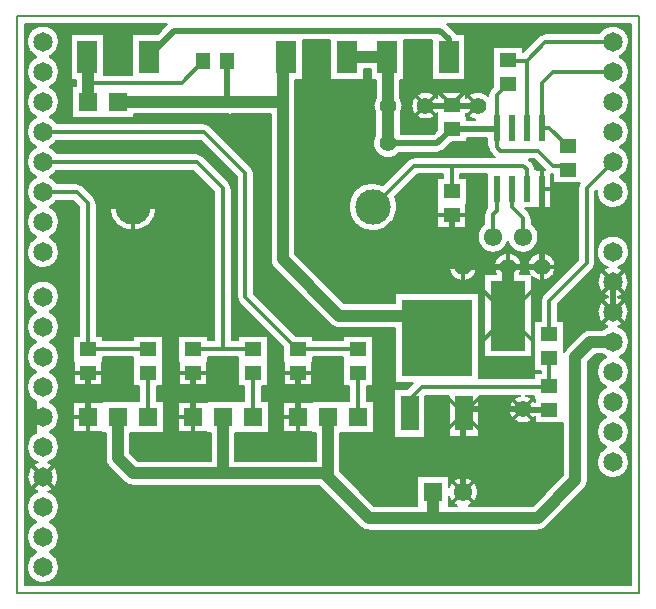
<source format=gbr>
%FSLAX23Y23*%
%MOIN*%
G04 EasyPC Gerber Version 18.0.1 Build 3581 *
%ADD88R,0.02362X0.08660*%
%ADD17R,0.04528X0.05512*%
%ADD85R,0.05906X0.11811*%
%ADD90R,0.06890X0.11000*%
%ADD82R,0.11811X0.23622*%
%ADD86R,0.23622X0.25591*%
%ADD84R,0.06102X0.06102*%
%ADD10C,0.00800*%
%ADD13C,0.01181*%
%ADD24C,0.01378*%
%ADD92C,0.01969*%
%ADD93C,0.03937*%
%ADD91C,0.05512*%
%ADD89C,0.06102*%
%ADD19R,0.05512X0.04528*%
%ADD83C,0.06496*%
%ADD87C,0.11811*%
X0Y0D02*
D02*
D10*
X417Y924D02*
X2492D01*
Y2849*
X417*
Y924*
X483Y2112D02*
G75*
G02Y2212I21J50D01*
G01*
G75*
G02Y2312I21J50*
G01*
G75*
G02Y2412I21J50*
G01*
G75*
G02Y2512I21J50*
G01*
G75*
G02Y2612I21J50*
G01*
G75*
G02Y2712I21J50*
G01*
G75*
G02X450Y2762I21J50*
G01*
G75*
G02X558I54*
G01*
G75*
G02X525Y2712I-54*
G01*
G75*
G02Y2612I-21J-50*
G01*
G75*
G02Y2512I-21J-50*
G01*
G75*
G02X550Y2490I-21J-50*
G01*
X1042*
G75*
G02X1062Y2482J-29*
G01*
X1199Y2344*
G75*
G02X1208Y2324I-20J-20*
G01*
Y1923*
X1348Y1783*
X1403*
Y1768*
X1505*
Y1783*
X1603*
Y1615*
X1583*
Y1564*
X1606*
Y1459*
X1495*
Y1333*
G75*
G02X1496Y1328I-41J-9*
G01*
X1609Y1215*
X1752*
Y1314*
X1856*
Y1277*
G75*
G02X1904Y1312I48J-16*
G01*
G75*
G02X1924Y1215J-50*
G01*
X2136*
X2238Y1317*
Y1492*
X2144*
Y1512*
G75*
G02X2057Y1537I-40J25*
G01*
G75*
G02X2095Y1583I47*
G01*
X1956*
Y1445*
X1857*
Y1583*
X1778*
X1778Y1582*
Y1443*
X1675*
Y1605*
X1719*
X1739Y1624*
X1677*
Y1808*
X1492*
G75*
G02X1462Y1820J41*
G01*
X1275Y2007*
G75*
G02X1263Y2037I29J29*
G01*
Y2520*
X1131*
G75*
G02X1112I-9J41*
G01*
X806*
Y2509*
X602*
Y2614*
X613*
Y2615*
G75*
G02Y2633I41J9*
G01*
Y2635*
X596*
Y2788*
X708*
Y2653*
X800*
Y2788*
X886*
X919Y2821*
X445*
Y952*
X2463*
Y2821*
X1852*
X1878Y2794*
G75*
G02X1883Y2788I-22J-22*
G01*
X1912*
Y2635*
X1800*
Y2767*
X1708*
Y2635*
X1695*
Y2576*
G75*
G02X1696Y2524I-41J-27*
G01*
Y2456*
X1806*
X1817Y2467*
Y2516*
X1819*
Y2524*
G75*
G02X1732Y2549I-40J25*
G01*
G75*
G02X1819Y2574I47*
G01*
Y2594*
X1914*
Y2574*
G75*
G02X1988Y2582I40J-25*
G01*
Y2584*
G75*
G02X1996Y2604I29*
G01*
X2005Y2613*
Y2746*
X2103*
Y2728*
X2105*
X2159Y2782*
G75*
G02X2179Y2790I20J-20*
G01*
X2358*
G75*
G02X2458Y2762I46J-29*
G01*
G75*
G02X2425Y2712I-54*
G01*
G75*
G02Y2612I-21J-50*
G01*
G75*
G02Y2512I-21J-50*
G01*
G75*
G02Y2412I-21J-50*
G01*
G75*
G02Y2312I-21J-50*
G01*
G75*
G02X2458Y2262I-21J-50*
G01*
G75*
G02X2350I-54*
G01*
G75*
G02X2350Y2267I54J0*
G01*
X2345Y2262*
Y2024*
G75*
G02X2337Y2004I-29*
G01*
X2220Y1887*
Y1833*
X2241*
Y1727*
G75*
G02X2250Y1741I38J-16*
G01*
X2300Y1791*
G75*
G02X2329Y1803I29J-29*
G01*
X2369*
G75*
G02X2386Y1813I35J-41*
G01*
G75*
G02X2389Y1912I18J49*
G01*
G75*
G02X2386Y2010I15J50*
G01*
G75*
G02X2350Y2062I18J51*
G01*
G75*
G02X2458I54*
G01*
G75*
G02X2422Y2010I-54*
G01*
G75*
G02X2419Y1912I-18J-49*
G01*
G75*
G02X2422Y1813I-15J-50*
G01*
G75*
G02X2425Y1712I-18J-51*
G01*
G75*
G02Y1612I-21J-50*
G01*
G75*
G02Y1512I-21J-50*
G01*
G75*
G02Y1412I-21J-50*
G01*
G75*
G02X2458Y1362I-21J-50*
G01*
G75*
G02X2350I-54*
G01*
G75*
G02X2383Y1412I54*
G01*
G75*
G02Y1512I21J50*
G01*
G75*
G02Y1612I21J50*
G01*
G75*
G02Y1712I21J50*
G01*
G75*
G02X2369Y1720I21J50*
G01*
X2346*
X2320Y1694*
Y1300*
G75*
G02X2308Y1271I-41*
G01*
X2182Y1145*
G75*
G02X2153Y1133I-29J29*
G01*
X1801*
G75*
G02X1782I-9J41*
G01*
X1591*
G75*
G02X1562Y1145J41*
G01*
X1424Y1283*
X1113*
G75*
G02X1095I-9J41*
G01*
X804*
G75*
G02X775Y1295J41*
G01*
X725Y1345*
G75*
G02X713Y1374I29J29*
G01*
Y1459*
X702*
Y1461*
X604*
Y1562*
X702*
Y1564*
X825*
Y1615*
X805*
Y1710*
X703*
Y1695*
X701*
Y1617*
X607*
Y1695*
X605*
Y1783*
X625*
Y2212*
X605Y2233*
X550*
G75*
G02X525Y2212I-46J29*
G01*
G75*
G02Y2112I-21J-50*
G01*
G75*
G02X558Y2062I-21J-50*
G01*
G75*
G02X450I-54*
G01*
G75*
G02X483Y2112I54*
G01*
Y1062D02*
G75*
G02Y1162I21J50D01*
G01*
G75*
G02X486Y1263I21J50*
G01*
G75*
G02Y1360I18J49*
G01*
G75*
G02X483Y1462I18J51*
G01*
G75*
G02Y1562I21J50*
G01*
G75*
G02Y1662I21J50*
G01*
G75*
G02Y1762I21J50*
G01*
G75*
G02Y1862I21J50*
G01*
G75*
G02X450Y1912I21J50*
G01*
G75*
G02X558I54*
G01*
G75*
G02X525Y1862I-54*
G01*
G75*
G02Y1762I-21J-50*
G01*
G75*
G02Y1662I-21J-50*
G01*
G75*
G02Y1562I-21J-50*
G01*
G75*
G02Y1462I-21J-50*
G01*
G75*
G02X522Y1360I-21J-50*
G01*
G75*
G02Y1263I-18J-49*
G01*
G75*
G02X525Y1162I-18J-51*
G01*
G75*
G02Y1062I-21J-50*
G01*
G75*
G02X558Y1012I-21J-50*
G01*
G75*
G02X450I-54*
G01*
G75*
G02X483Y1062I54*
G01*
X445Y1462D02*
G36*
Y952D01*
X2463*
Y2821*
X1852*
X1878Y2794*
G75*
G02X1883Y2788I-22J-22*
G01*
X1912*
Y2635*
X1800*
Y2767*
X1708*
Y2635*
X1695*
Y2576*
G75*
G02X1696Y2524I-41J-27*
G01*
Y2456*
X1806*
X1817Y2467*
Y2516*
X1819*
Y2524*
G75*
G02X1732Y2549I-40J25*
G01*
G75*
G02X1819Y2574I47*
G01*
Y2594*
X1914*
Y2574*
G75*
G02X1988Y2582I40J-25*
G01*
Y2584*
G75*
G02X1996Y2604I29*
G01*
X2005Y2613*
Y2746*
X2103*
Y2728*
X2105*
X2159Y2782*
G75*
G02X2179Y2790I20J-20*
G01*
X2358*
G75*
G02X2458Y2762I46J-29*
G01*
G75*
G02X2425Y2712I-54*
G01*
G75*
G02Y2612I-21J-50*
G01*
G75*
G02Y2512I-21J-50*
G01*
G75*
G02Y2412I-21J-50*
G01*
G75*
G02Y2312I-21J-50*
G01*
G75*
G02X2458Y2262I-21J-50*
G01*
G75*
G02X2350I-54*
G01*
G75*
G02X2350Y2267I54J0*
G01*
X2345Y2262*
Y2024*
G75*
G02X2337Y2004I-29*
G01*
X2220Y1887*
Y1833*
X2241*
Y1727*
G75*
G02X2250Y1741I38J-16*
G01*
X2300Y1791*
G75*
G02X2329Y1803I29J-29*
G01*
X2369*
G75*
G02X2386Y1813I35J-41*
G01*
G75*
G02X2389Y1912I18J49*
G01*
G75*
G02X2386Y2010I15J50*
G01*
G75*
G02X2350Y2062I18J51*
G01*
G75*
G02X2458I54*
G01*
G75*
G02X2422Y2010I-54*
G01*
G75*
G02X2419Y1912I-18J-49*
G01*
G75*
G02X2422Y1813I-15J-50*
G01*
G75*
G02X2425Y1712I-18J-51*
G01*
G75*
G02Y1612I-21J-50*
G01*
G75*
G02Y1512I-21J-50*
G01*
G75*
G02Y1412I-21J-50*
G01*
G75*
G02X2458Y1362I-21J-50*
G01*
G75*
G02X2350I-54*
G01*
G75*
G02X2383Y1412I54*
G01*
G75*
G02Y1512I21J50*
G01*
G75*
G02Y1612I21J50*
G01*
G75*
G02Y1712I21J50*
G01*
G75*
G02X2369Y1720I21J50*
G01*
X2346*
X2320Y1694*
Y1300*
G75*
G02X2308Y1271I-41*
G01*
X2182Y1145*
G75*
G02X2153Y1133I-29J29*
G01*
X1801*
G75*
G02X1782I-9J41*
G01*
X1591*
G75*
G02X1562Y1145J41*
G01*
X1424Y1283*
X1113*
G75*
G02X1095I-9J41*
G01*
X804*
G75*
G02X775Y1295J41*
G01*
X725Y1345*
G75*
G02X713Y1374I29J29*
G01*
Y1459*
X702*
Y1461*
X604*
Y1462*
X525*
G75*
G02X522Y1360I-21J-50*
G01*
G75*
G02Y1263I-18J-49*
G01*
G75*
G02X525Y1162I-18J-51*
G01*
G75*
G02Y1062I-21J-50*
G01*
G75*
G02X558Y1012I-21J-50*
G01*
G75*
G02X450I-54*
G01*
G75*
G02X483Y1062I54*
G01*
G75*
G02Y1162I21J50*
G01*
G75*
G02X486Y1263I21J50*
G01*
G75*
G02Y1360I18J49*
G01*
G75*
G02X483Y1462I18J51*
G01*
X445*
G37*
X483D02*
G36*
G75*
G02Y1562I21J50D01*
G01*
G75*
G02Y1662I21J50*
G01*
G75*
G02Y1762I21J50*
G01*
G75*
G02Y1862I21J50*
G01*
G75*
G02X450Y1912I21J50*
G01*
G75*
G02X558I54*
G01*
G75*
G02X525Y1862I-54*
G01*
G75*
G02Y1762I-21J-50*
G01*
G75*
G02Y1662I-21J-50*
G01*
G75*
G02Y1562I-21J-50*
G01*
G75*
G02Y1462I-21J-50*
G01*
X604*
Y1562*
X702*
Y1564*
X825*
Y1615*
X805*
Y1710*
X703*
Y1695*
X701*
Y1617*
X607*
Y1695*
X605*
Y1783*
X625*
Y2212*
X605Y2233*
X550*
G75*
G02X525Y2212I-46J29*
G01*
G75*
G02Y2112I-21J-50*
G01*
G75*
G02X558Y2062I-21J-50*
G01*
G75*
G02X450I-54*
G01*
G75*
G02X483Y2112I54*
G01*
G75*
G02Y2212I21J50*
G01*
G75*
G02Y2312I21J50*
G01*
G75*
G02Y2412I21J50*
G01*
G75*
G02Y2512I21J50*
G01*
G75*
G02Y2612I21J50*
G01*
G75*
G02Y2712I21J50*
G01*
G75*
G02X450Y2762I21J50*
G01*
G75*
G02X558I54*
G01*
G75*
G02X525Y2712I-54*
G01*
G75*
G02Y2612I-21J-50*
G01*
G75*
G02Y2512I-21J-50*
G01*
G75*
G02X550Y2490I-21J-50*
G01*
X1042*
G75*
G02X1062Y2482J-29*
G01*
X1199Y2344*
G75*
G02X1208Y2324I-20J-20*
G01*
Y1923*
X1348Y1783*
X1403*
Y1768*
X1505*
Y1783*
X1603*
Y1615*
X1583*
Y1564*
X1606*
Y1459*
X1495*
Y1333*
G75*
G02X1496Y1328I-41J-9*
G01*
X1609Y1215*
X1752*
Y1314*
X1856*
Y1277*
G75*
G02X1904Y1312I48J-16*
G01*
G75*
G02X1924Y1215J-50*
G01*
X2136*
X2238Y1317*
Y1492*
X2144*
Y1512*
G75*
G02X2057Y1537I-40J25*
G01*
G75*
G02X2095Y1583I47*
G01*
X1956*
Y1445*
X1857*
Y1583*
X1778*
X1778Y1582*
Y1443*
X1675*
Y1605*
X1719*
X1739Y1624*
X1677*
Y1808*
X1492*
G75*
G02X1462Y1820J41*
G01*
X1275Y2007*
G75*
G02X1263Y2037I29J29*
G01*
Y2520*
X1131*
G75*
G02X1112I-9J41*
G01*
X806*
Y2509*
X602*
Y2614*
X613*
Y2615*
G75*
G02Y2633I41J9*
G01*
Y2635*
X596*
Y2788*
X708*
Y2653*
X800*
Y2788*
X886*
X919Y2821*
X445*
Y1462*
X483*
G37*
X525Y2312D02*
G75*
G02X550Y2290I-21J-50D01*
G01*
X617*
G75*
G02X637Y2282J-29*
G01*
X674Y2244*
G75*
G02X683Y2224I-20J-20*
G01*
Y1783*
X703*
Y1768*
X805*
Y1783*
X903*
Y1615*
X883*
Y1564*
X906*
Y1459*
X795*
Y1391*
X821Y1365*
X1063*
Y1459*
X1052*
Y1461*
X954*
Y1562*
X1052*
Y1564*
X1175*
Y1615*
X1155*
Y1710*
X1053*
Y1695*
X1051*
Y1617*
X957*
Y1695*
X955*
Y1783*
X1053*
Y1768*
X1075*
Y2262*
X1005Y2333*
X550*
G75*
G02X525Y2312I-46J29*
G01*
X725Y2212D02*
G75*
G02X883I79D01*
G01*
G75*
G02X725I-79*
G01*
X683D02*
G36*
Y1783D01*
X703*
Y1768*
X805*
Y1783*
X903*
Y1615*
X883*
Y1564*
X906*
Y1459*
X795*
Y1391*
X821Y1365*
X1063*
Y1459*
X1052*
Y1461*
X954*
Y1562*
X1052*
Y1564*
X1175*
Y1615*
X1155*
Y1710*
X1053*
Y1695*
X1051*
Y1617*
X957*
Y1695*
X955*
Y1783*
X1053*
Y1768*
X1075*
Y2212*
X883*
G75*
G02X725I-79*
G01*
X683*
G37*
X725D02*
G36*
G75*
G02X883I79D01*
G01*
X1075*
Y2262*
X1005Y2333*
X550*
G75*
G02X525Y2312I-46J29*
G01*
G75*
G02X550Y2290I-21J-50*
G01*
X617*
G75*
G02X637Y2282J-29*
G01*
X674Y2244*
G75*
G02X683Y2224I-20J-20*
G01*
Y2212*
X725*
G37*
X525Y2412D02*
G75*
G02X550Y2390I-21J-50D01*
G01*
X1016*
G75*
G02X1037Y2382J-29*
G01*
X1124Y2294*
G75*
G02X1133Y2274I-20J-20*
G01*
Y1768*
X1155*
Y1783*
X1253*
Y1615*
X1233*
Y1564*
X1256*
Y1459*
X1145*
Y1365*
X1413*
Y1459*
X1402*
Y1461*
X1304*
Y1562*
X1402*
Y1564*
X1525*
Y1615*
X1505*
Y1710*
X1403*
Y1695*
X1401*
Y1617*
X1307*
Y1695*
X1305*
Y1745*
X1159Y1891*
G75*
G02X1150Y1912I20J20*
G01*
Y2312*
X1030Y2433*
X550*
G75*
G02X525Y2412I-46J29*
G01*
G36*
G75*
G02X550Y2390I-21J-50*
G01*
X1016*
G75*
G02X1037Y2382J-29*
G01*
X1124Y2294*
G75*
G02X1133Y2274I-20J-20*
G01*
Y1768*
X1155*
Y1783*
X1253*
Y1615*
X1233*
Y1564*
X1256*
Y1459*
X1145*
Y1365*
X1413*
Y1459*
X1402*
Y1461*
X1304*
Y1562*
X1402*
Y1564*
X1525*
Y1615*
X1505*
Y1710*
X1403*
Y1695*
X1401*
Y1617*
X1307*
Y1695*
X1305*
Y1745*
X1159Y1891*
G75*
G02X1150Y1912I20J20*
G01*
Y2312*
X1030Y2433*
X550*
G75*
G02X525Y2412I-46J29*
G01*
G37*
X1345Y2552D02*
Y2054D01*
X1509Y1890*
X1677*
Y1924*
X1956*
Y1640*
X2142*
Y1658*
X2163*
Y1665*
X2142*
Y1833*
X2163*
Y1899*
G75*
G02X2171Y1919I29*
G01*
X2288Y2036*
Y2274*
G75*
G02X2293Y2290I29*
G01*
X2205*
Y2320*
X2204*
G75*
G02X2198Y2321I0J29*
G01*
Y2209*
X2150*
Y2207*
X2112*
X2124Y2194*
G75*
G02X2133Y2174I-20J-20*
G01*
Y2155*
G75*
G02X2104Y2059I-29J-44*
G01*
G75*
G02X2054Y2096J52*
G01*
G75*
G02X2004Y2059I-50J15*
G01*
G75*
G02X1975Y2155J52*
G01*
Y2187*
G75*
G02X1984Y2207I29J0*
G01*
X1983*
Y2320*
X1895*
Y2308*
X1916*
Y2220*
X1914*
Y2142*
X1819*
Y2220*
X1817*
Y2308*
X1838*
Y2320*
X1753*
X1678Y2245*
G75*
G02X1604Y2131I-74J-33*
G01*
G75*
G02Y2292J81*
G01*
G75*
G02X1637Y2285I0J-81*
G01*
X1721Y2369*
G75*
G02X1741Y2378I20J-20*
G01*
X1861*
G75*
G02X1872I5J-29*
G01*
X2010*
G75*
G02X2009Y2379I19J21*
G01*
X1996Y2391*
G75*
G02X1988Y2411I20J20*
G01*
X1983*
Y2440*
X1916*
Y2427*
X1867*
X1841Y2402*
G75*
G02X1819Y2392I-22J22*
G01*
X1692*
G75*
G02X1612Y2449I-38J32*
G01*
Y2524*
G75*
G02X1613Y2576I42J25*
G01*
Y2635*
X1596*
Y2670*
X1575*
Y2635*
X1462*
Y2767*
X1371*
Y2635*
X1345*
Y2571*
G75*
G02Y2552I-41J-9*
G01*
X1857Y2012D02*
G75*
G02X1951I47D01*
G01*
G75*
G02X1857I-47*
G01*
X2014Y1987D02*
G75*
G02X2007Y2012I40J25D01*
G01*
G75*
G02X2101I47*
G01*
G75*
G02X2094Y1987I-47*
G01*
X2126*
G75*
G02X2119Y2012I40J25*
G01*
G75*
G02X2214I47*
G01*
G75*
G02X2133Y1978I-47*
G01*
Y1711*
X1975*
Y1987*
X2014*
X1388Y2012D02*
G36*
X1509Y1890D01*
X1677*
Y1924*
X1956*
Y1640*
X2142*
Y1658*
X2163*
Y1665*
X2142*
Y1833*
X2163*
Y1899*
G75*
G02X2171Y1919I29*
G01*
X2264Y2012*
X2214*
G75*
G02X2133Y1978I-47*
G01*
Y1711*
X1975*
Y1987*
X2014*
G75*
G02X2007Y2012I40J25*
G01*
X1951*
G75*
G02X1857I-47*
G01*
X1388*
G37*
X1857D02*
G36*
G75*
G02X1951I47D01*
G01*
X2007*
G75*
G02X2101I47*
G01*
G75*
G02X2094Y1987I-47*
G01*
X2126*
G75*
G02X2119Y2012I40J25*
G01*
G75*
G02X2214I47*
G01*
X2264*
X2288Y2036*
Y2274*
G75*
G02X2293Y2290I29*
G01*
X2205*
Y2320*
X2204*
G75*
G02X2198Y2321I0J29*
G01*
Y2209*
X2150*
Y2207*
X2112*
X2124Y2194*
G75*
G02X2133Y2174I-20J-20*
G01*
Y2155*
G75*
G02X2104Y2059I-29J-44*
G01*
G75*
G02X2054Y2096J52*
G01*
G75*
G02X2004Y2059I-50J15*
G01*
G75*
G02X1975Y2155J52*
G01*
Y2187*
G75*
G02X1984Y2207I29J0*
G01*
X1983*
Y2320*
X1895*
Y2308*
X1916*
Y2220*
X1914*
Y2142*
X1819*
Y2220*
X1817*
Y2308*
X1838*
Y2320*
X1753*
X1678Y2245*
G75*
G02X1604Y2131I-74J-33*
G01*
G75*
G02Y2292J81*
G01*
G75*
G02X1637Y2285I0J-81*
G01*
X1721Y2369*
G75*
G02X1741Y2378I20J-20*
G01*
X1861*
G75*
G02X1872I5J-29*
G01*
X2010*
G75*
G02X2009Y2379I19J21*
G01*
X1996Y2391*
G75*
G02X1988Y2411I20J20*
G01*
X1983*
Y2440*
X1916*
Y2427*
X1867*
X1841Y2402*
G75*
G02X1819Y2392I-22J22*
G01*
X1692*
G75*
G02X1612Y2449I-38J32*
G01*
Y2524*
G75*
G02X1613Y2576I42J25*
G01*
Y2635*
X1596*
Y2670*
X1575*
Y2635*
X1462*
Y2767*
X1371*
Y2635*
X1345*
Y2571*
G75*
G02Y2552I-41J-9*
G01*
Y2054*
X1388Y2012*
X1857*
G37*
X1856Y1215D02*
X1884D01*
G75*
G02X1856Y1246I20J46*
G01*
Y1215*
G36*
X1884*
G75*
G02X1856Y1246I20J46*
G01*
Y1215*
G37*
X1914Y2516D02*
X1916D01*
Y2503*
X1943*
G75*
G02X1914Y2524I11J46*
G01*
Y2516*
G36*
X1916*
Y2503*
X1943*
G75*
G02X1914Y2524I11J46*
G01*
Y2516*
G37*
X2113Y1583D02*
G75*
G02X2144Y1561I-9J-46D01*
G01*
Y1570*
X2142*
Y1583*
X2113*
G36*
G75*
G02X2144Y1561I-9J-46*
G01*
Y1570*
X2142*
Y1583*
X2113*
G37*
X2123Y2370D02*
G75*
G02X2124Y2369I-19J-21D01*
G01*
X2137Y2357*
G75*
G02X2145Y2337I-20J-20*
G01*
X2150*
Y2335*
X2178*
X2142Y2370*
X2123*
G36*
G75*
G02X2124Y2369I-19J-21*
G01*
X2137Y2357*
G75*
G02X2145Y2337I-20J-20*
G01*
X2150*
Y2335*
X2178*
X2142Y2370*
X2123*
G37*
D02*
D13*
X485Y1293D02*
X466Y1273D01*
X485Y1330D02*
X466Y1350D01*
X523Y1293D02*
X542Y1273D01*
X523Y1330D02*
X542Y1350D01*
X629Y1512D02*
X602D01*
X632Y1659D02*
X605D01*
X654Y1487D02*
Y1459D01*
Y1536D02*
Y1564D01*
Y1642D02*
Y1615D01*
X676Y1659D02*
X703D01*
X751Y2212D02*
X723D01*
X804Y2158D02*
Y2131D01*
Y2265D02*
Y2292D01*
X857Y2212D02*
X885D01*
X979Y1512D02*
X952D01*
X982Y1659D02*
X955D01*
X1004Y1487D02*
Y1459D01*
Y1536D02*
Y1564D01*
Y1642D02*
Y1615D01*
X1026Y1659D02*
X1053D01*
X1329Y1512D02*
X1302D01*
X1332Y1659D02*
X1305D01*
X1354Y1487D02*
Y1459D01*
Y1536D02*
Y1564D01*
Y1642D02*
Y1615D01*
X1376Y1659D02*
X1403D01*
X1764Y2534D02*
X1744Y2514D01*
X1764Y2564D02*
X1744Y2584D01*
X1794Y2534D02*
X1814Y2514D01*
X1794Y2564D02*
X1814Y2584D01*
X1845Y2184D02*
X1817D01*
X1848Y2570D02*
X1822Y2596D01*
X1866Y2167D02*
Y2140D01*
X1881Y1499D02*
X1855Y1473D01*
X1881Y1549D02*
X1855Y1575D01*
X1882Y2012D02*
X1855D01*
X1885Y2570D02*
X1911Y2596D01*
X1887Y1244D02*
X1867Y1225D01*
X1887Y1279D02*
X1867Y1298D01*
X1888Y2184D02*
X1916D01*
X1904Y1990D02*
Y1962D01*
Y2033D02*
Y2061D01*
X1921Y1244D02*
X1941Y1225D01*
X1921Y1279D02*
X1941Y1298D01*
X1926Y2012D02*
X1953D01*
X1932Y1499D02*
X1958Y1473D01*
X1932Y1549D02*
X1958Y1575D01*
X1939Y2534D02*
X1919Y2514D01*
X1939Y2564D02*
X1919Y2584D01*
X1999Y1794D02*
X1973Y1768D01*
X1999Y1904D02*
X1973Y1930D01*
X2032Y2012D02*
X2005D01*
X2054Y2033D02*
Y2061D01*
X2076Y2012D02*
X2103D01*
X2089Y1521D02*
X2069Y1502D01*
X2089Y1552D02*
X2069Y1571D01*
X2109Y1794D02*
X2135Y1768D01*
X2109Y1904D02*
X2135Y1930D01*
X2119Y1521D02*
X2139Y1502D01*
X2119Y1552D02*
X2139Y1571D01*
X2145Y2012D02*
X2117D01*
X2167Y1990D02*
Y1962D01*
Y2033D02*
Y2061D01*
Y2234D02*
Y2207D01*
Y2309D02*
Y2337D01*
X2172Y2272D02*
X2200D01*
X2188Y2012D02*
X2216D01*
X2385Y1843D02*
X2366Y1823D01*
X2385Y1880D02*
X2366Y1900D01*
X2385Y1943D02*
X2366Y1923D01*
X2385Y1980D02*
X2366Y2000D01*
X2423Y1843D02*
X2442Y1823D01*
X2423Y1880D02*
X2442Y1900D01*
X2423Y1943D02*
X2442Y1923D01*
X2423Y1980D02*
X2442Y2000D01*
D02*
D17*
X1039Y2699D03*
X1119D03*
D02*
D19*
X654Y1659D03*
Y1739D03*
X854Y1659D03*
Y1739D03*
X1004Y1659D03*
Y1739D03*
X1204Y1659D03*
Y1739D03*
X1354Y1659D03*
Y1739D03*
X1554Y1659D03*
Y1739D03*
X1866Y2184D03*
Y2264D03*
Y2472D03*
Y2552D03*
X2054Y2622D03*
Y2702D03*
X2192Y1534D03*
Y1614D03*
Y1709D03*
Y1789D03*
X2254Y2334D03*
Y2414D03*
D02*
D24*
X504Y2462D02*
X1042D01*
X1179Y2324*
Y1912*
X1351Y1739*
X1554*
X654D02*
Y2224D01*
X617Y2262*
X504*
X654Y2624D02*
Y2599D01*
X854Y1659D02*
Y1512D01*
Y1739D02*
X654D01*
X1004D02*
X1204D01*
X1039Y2699D02*
Y2697D01*
X967Y2624*
X654*
X1202Y1739D02*
X1104D01*
Y2274*
X1016Y2362*
X504*
X1204Y1659D02*
Y1512D01*
Y1739D02*
X1202D01*
X1204D02*
X1202D01*
X1554Y1659D02*
Y1512D01*
X1727Y1524D02*
Y1572D01*
X1766Y1612*
X2192*
Y1614*
X1866Y2349D02*
X1741D01*
X1604Y2212*
X1866Y2349D02*
Y2264D01*
X2017Y2272D02*
Y2199D01*
X2004Y2187*
Y2112*
X2017Y2476D02*
Y2412D01*
X2029Y2399*
X2154*
X2204Y2349*
X2239*
X2254Y2334*
X2017Y2476D02*
Y2584D01*
X2054Y2622*
Y2702D02*
Y2699D01*
X2117*
X2067Y2272D02*
Y2212D01*
X2104Y2174*
Y2112*
X2117Y2272D02*
Y2337D01*
X2104Y2349*
X1866*
X2117Y2476D02*
Y2699D01*
X2179Y2762*
X2404*
X2167Y2476D02*
X2192D01*
X2254Y2414*
X2167Y2476D02*
Y2624D01*
X2204Y2662*
X2404*
X2192Y1614D02*
Y1709D01*
Y1789D02*
Y1899D01*
X2317Y2024*
Y2274*
X2404Y2362*
D02*
D82*
X2054Y1849D03*
D02*
D83*
X504Y1012D03*
Y1112D03*
Y1212D03*
Y1312D03*
Y1412D03*
Y1512D03*
Y1612D03*
Y1712D03*
Y1812D03*
Y1912D03*
Y2062D03*
Y2162D03*
Y2262D03*
Y2362D03*
Y2462D03*
Y2562D03*
Y2662D03*
Y2762D03*
X2404Y1362D03*
Y1462D03*
Y1562D03*
Y1662D03*
Y1762D03*
Y1862D03*
Y1962D03*
Y2062D03*
Y2262D03*
Y2362D03*
Y2462D03*
Y2562D03*
Y2662D03*
Y2762D03*
D02*
D84*
X654Y1512D03*
Y2562D03*
X754Y1512D03*
Y2562D03*
X854Y1512D03*
X1004D03*
X1104D03*
X1204D03*
X1354D03*
X1454D03*
X1554D03*
X1804Y1262D03*
D02*
D85*
X1727Y1524D03*
X1907D03*
D02*
D86*
X1816Y1774D03*
D02*
D87*
X804Y2212D03*
X1604D03*
D02*
D88*
X2017Y2272D03*
Y2476D03*
X2067Y2272D03*
Y2476D03*
X2117Y2272D03*
Y2476D03*
X2167Y2272D03*
Y2476D03*
D02*
D89*
X1904Y1262D03*
X2004Y2112D03*
X2104D03*
D02*
D90*
X652Y2712D03*
X856D03*
X1315D03*
X1519D03*
X1652D03*
X1856D03*
D02*
D91*
X1654Y2424D03*
Y2549D03*
X1779D03*
X1904Y2012D03*
X1954Y2549D03*
X2054Y2012D03*
X2104Y1537D03*
X2167Y2012D03*
D02*
D92*
X654Y1659D02*
Y1512D01*
X856Y2712D02*
Y2714D01*
X941Y2799*
X1829*
X1856Y2772*
Y2712*
X1004Y1659D02*
Y1512D01*
X1119Y2699D02*
Y2564D01*
X1122Y2562*
X1354Y1659D02*
Y1512D01*
X1866Y2472D02*
X1819Y2424D01*
X1654*
X1866Y2472D02*
X2012D01*
X2017Y2476*
X1866Y2552D02*
Y2549D01*
X1779*
X1904Y1262D02*
Y1522D01*
X1907Y1524*
Y1537*
X2104*
X1954Y2549D02*
X1779D01*
X2167Y2272D02*
Y2012D01*
X1904*
X1866Y2049*
Y2184*
X2192Y1534D02*
X2104D01*
Y1537*
X2404Y1862D02*
Y1962D01*
D02*
D93*
X654Y2562D02*
Y2599D01*
Y2624*
Y2710*
X652Y2712*
X754Y1512D02*
Y1374D01*
X804Y1324*
X1104*
X754Y2562D02*
X1122D01*
X1104Y1324D02*
X1454D01*
X1104Y1512D02*
Y1324D01*
X1122Y2562D02*
X1304D01*
Y2712*
X1315*
X1454Y1324D02*
X1441D01*
X1591Y1174*
X1791*
X1454Y1512D02*
Y1324D01*
X1519Y2712D02*
X1652D01*
X1654*
Y2549*
Y2424D02*
Y2549D01*
Y2424D02*
Y2549D01*
Y2424*
X1791Y1174D02*
X2153D01*
X2279Y1300*
Y1712*
X2329Y1762*
X2404*
X1804Y1262D02*
Y1187D01*
X1791Y1174*
X1816Y1774D02*
Y1849D01*
X1492*
X1304Y2037*
Y2562*
X2054Y1849D02*
Y2012D01*
X0Y0D02*
M02*

</source>
